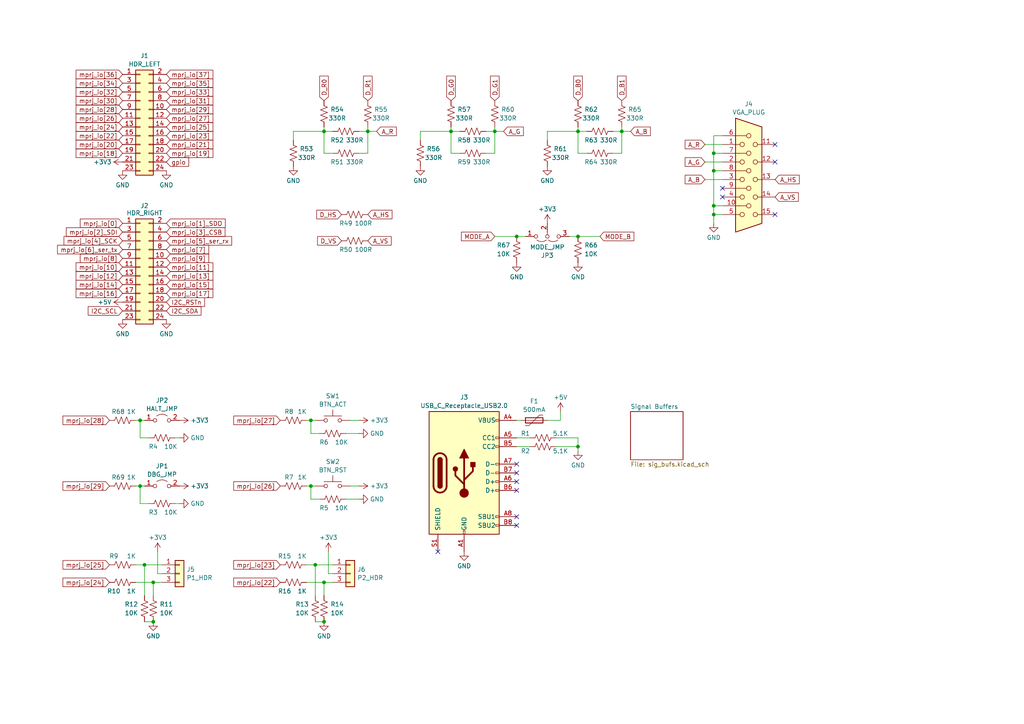
<source format=kicad_sch>
(kicad_sch (version 20230121) (generator eeschema)
  (paper "A4")
  (lib_symbols
    (symbol "Connector:DE15_Receptacle_HighDensity" (pin_names (offset 1.016) hide)
      (property "Reference" "J" (at 0 21.59 0))
      (property "Value" "DE15_Receptacle_HighDensity" (at 0 19.05 0))
      (symbol "DE15_Receptacle_HighDensity_0_1"
        (circle (center -1.905 -10.16) (radius 0.635))
        (circle (center -1.905 -5.08) (radius 0.635))
        (circle (center -1.905 0) (radius 0.635))
        (circle (center -1.905 5.08) (radius 0.635))
        (circle (center -1.905 10.16) (radius 0.635))
        (circle (center 0 -7.62) (radius 0.635))
        (circle (center 0 -2.54) (radius 0.635))
        (polyline (pts (xy -3.175 7.62) (xy -0.635 7.62)))
        (polyline (pts (xy -0.635 -7.62) (xy -3.175 -7.62)))
        (polyline (pts (xy -0.635 -2.54) (xy -3.175 -2.54)))
        (polyline (pts (xy -0.635 2.54) (xy -3.175 2.54)))
        (polyline (pts (xy -0.635 12.7) (xy -3.175 12.7)))
        (polyline (pts (xy -3.81 17.78) (xy -3.81 -15.24) (xy 3.81 -12.7) (xy 3.81 15.24) (xy -3.81 17.78)) (stroke (width 0.254)) (fill (type background)))
        (circle (center 0 2.54) (radius 0.635))
        (circle (center 0 7.62) (radius 0.635))
        (circle (center 0 12.7) (radius 0.635))
        (circle (center 1.905 -10.16) (radius 0.635))
        (circle (center 1.905 -5.08) (radius 0.635))
        (circle (center 1.905 0) (radius 0.635))
        (circle (center 1.905 5.08) (radius 0.635))
        (circle (center 1.905 10.16) (radius 0.635))
      )
      (symbol "DE15_Receptacle_HighDensity_1_1"
        (pin passive line (at -7.62 10.16 0) (length 5.08) (name "~") (number "1"))
        (pin passive line (at -7.62 -7.62 0) (length 5.08) (name "~") (number "10"))
        (pin passive line (at 7.62 10.16 180) (length 5.08) (name "~") (number "11"))
        (pin passive line (at 7.62 5.08 180) (length 5.08) (name "~") (number "12"))
        (pin passive line (at 7.62 0 180) (length 5.08) (name "~") (number "13"))
        (pin passive line (at 7.62 -5.08 180) (length 5.08) (name "~") (number "14"))
        (pin passive line (at 7.62 -10.16 180) (length 5.08) (name "~") (number "15"))
        (pin passive line (at -7.62 5.08 0) (length 5.08) (name "~") (number "2"))
        (pin passive line (at -7.62 0 0) (length 5.08) (name "~") (number "3"))
        (pin passive line (at -7.62 -5.08 0) (length 5.08) (name "~") (number "4"))
        (pin passive line (at -7.62 -10.16 0) (length 5.08) (name "~") (number "5"))
        (pin passive line (at -7.62 12.7 0) (length 5.08) (name "~") (number "6"))
        (pin passive line (at -7.62 7.62 0) (length 5.08) (name "~") (number "7"))
        (pin passive line (at -7.62 2.54 0) (length 5.08) (name "~") (number "8"))
        (pin passive line (at -7.62 -2.54 0) (length 5.08) (name "~") (number "9"))
      )
    )
    (symbol "Connector:USB_C_Receptacle_USB2.0" (pin_names (offset 1.016))
      (property "Reference" "J" (at -10.16 19.05 0))
      (property "Value" "USB_C_Receptacle_USB2.0" (at 19.05 19.05 0))
      (symbol "USB_C_Receptacle_USB2.0_0_0"
        (rectangle (start -0.254 -17.78) (end 0.254 -16.764))
        (rectangle (start 10.16 -14.986) (end 9.144 -15.494))
        (rectangle (start 10.16 -12.446) (end 9.144 -12.954))
        (rectangle (start 10.16 -4.826) (end 9.144 -5.334))
        (rectangle (start 10.16 -2.286) (end 9.144 -2.794))
        (rectangle (start 10.16 0.254) (end 9.144 -0.254))
        (rectangle (start 10.16 2.794) (end 9.144 2.286))
        (rectangle (start 10.16 7.874) (end 9.144 7.366))
        (rectangle (start 10.16 10.414) (end 9.144 9.906))
        (rectangle (start 10.16 15.494) (end 9.144 14.986))
      )
      (symbol "USB_C_Receptacle_USB2.0_0_1"
        (rectangle (start -10.16 17.78) (end 10.16 -17.78) (stroke (width 0.254)) (fill (type background)))
        (arc (start -8.89 -3.81) (mid -6.985 -5.7067) (end -5.08 -3.81) (stroke (width 0.508)))
        (arc (start -7.62 -3.81) (mid -6.985 -4.4423) (end -6.35 -3.81) (stroke (width 0.254)))
        (arc (start -7.62 -3.81) (mid -6.985 -4.4423) (end -6.35 -3.81) (stroke (width 0.254)) (fill (type outline)))
        (rectangle (start -7.62 -3.81) (end -6.35 3.81) (stroke (width 0.254)) (fill (type outline)))
        (arc (start -6.35 3.81) (mid -6.985 4.4423) (end -7.62 3.81) (stroke (width 0.254)))
        (arc (start -6.35 3.81) (mid -6.985 4.4423) (end -7.62 3.81) (stroke (width 0.254)) (fill (type outline)))
        (arc (start -5.08 3.81) (mid -6.985 5.7067) (end -8.89 3.81) (stroke (width 0.508)))
        (circle (center -2.54 1.143) (radius 0.635) (stroke (width 0.254)) (fill (type outline)))
        (circle (center 0 -5.842) (radius 1.27) (fill (type outline)))
        (polyline (pts (xy -8.89 -3.81) (xy -8.89 3.81)) (stroke (width 0.508)))
        (polyline (pts (xy -5.08 3.81) (xy -5.08 -3.81)) (stroke (width 0.508)))
        (polyline (pts (xy 0 -5.842) (xy 0 4.318)) (stroke (width 0.508)))
        (polyline (pts (xy 0 -3.302) (xy -2.54 -0.762) (xy -2.54 0.508)) (stroke (width 0.508)))
        (polyline (pts (xy 0 -2.032) (xy 2.54 0.508) (xy 2.54 1.778)) (stroke (width 0.508)))
        (polyline (pts (xy -1.27 4.318) (xy 0 6.858) (xy 1.27 4.318) (xy -1.27 4.318)) (stroke (width 0.254)) (fill (type outline)))
        (rectangle (start 1.905 1.778) (end 3.175 3.048) (stroke (width 0.254)) (fill (type outline)))
      )
      (symbol "USB_C_Receptacle_USB2.0_1_1"
        (pin passive line (at 0 -22.86 90) (length 5.08) (name "GND") (number "A1"))
        (pin passive line (at 0 -22.86 90) (length 5.08) hide (name "GND") (number "A12"))
        (pin passive line (at 15.24 15.24 180) (length 5.08) (name "VBUS") (number "A4"))
        (pin bidirectional line (at 15.24 10.16 180) (length 5.08) (name "CC1") (number "A5"))
        (pin bidirectional line (at 15.24 -2.54 180) (length 5.08) (name "D+") (number "A6"))
        (pin bidirectional line (at 15.24 2.54 180) (length 5.08) (name "D-") (number "A7"))
        (pin bidirectional line (at 15.24 -12.7 180) (length 5.08) (name "SBU1") (number "A8"))
        (pin passive line (at 15.24 15.24 180) (length 5.08) hide (name "VBUS") (number "A9"))
        (pin passive line (at 0 -22.86 90) (length 5.08) hide (name "GND") (number "B1"))
        (pin passive line (at 0 -22.86 90) (length 5.08) hide (name "GND") (number "B12"))
        (pin passive line (at 15.24 15.24 180) (length 5.08) hide (name "VBUS") (number "B4"))
        (pin bidirectional line (at 15.24 7.62 180) (length 5.08) (name "CC2") (number "B5"))
        (pin bidirectional line (at 15.24 -5.08 180) (length 5.08) (name "D+") (number "B6"))
        (pin bidirectional line (at 15.24 0 180) (length 5.08) (name "D-") (number "B7"))
        (pin bidirectional line (at 15.24 -15.24 180) (length 5.08) (name "SBU2") (number "B8"))
        (pin passive line (at 15.24 15.24 180) (length 5.08) hide (name "VBUS") (number "B9"))
        (pin passive line (at -7.62 -22.86 90) (length 5.08) (name "SHIELD") (number "S1"))
      )
    )
    (symbol "Connector_Generic:Conn_01x03" (pin_names (offset 1.016) hide)
      (property "Reference" "J" (at 0 5.08 0))
      (property "Value" "Conn_01x03" (at 0 -5.08 0))
      (symbol "Conn_01x03_1_1"
        (rectangle (start -1.27 -2.413) (end 0 -2.667) (stroke (width 0.1524)))
        (rectangle (start -1.27 0.127) (end 0 -0.127) (stroke (width 0.1524)))
        (rectangle (start -1.27 2.667) (end 0 2.413) (stroke (width 0.1524)))
        (rectangle (start -1.27 3.81) (end 1.27 -3.81) (stroke (width 0.254)) (fill (type background)))
        (pin passive line (at -5.08 2.54 0) (length 3.81) (name "Pin_1") (number "1"))
        (pin passive line (at -5.08 0 0) (length 3.81) (name "Pin_2") (number "2"))
        (pin passive line (at -5.08 -2.54 0) (length 3.81) (name "Pin_3") (number "3"))
      )
    )
    (symbol "Connector_Generic:Conn_02x12_Odd_Even" (pin_names (offset 1.016) hide)
      (property "Reference" "J" (at 1.27 15.24 0))
      (property "Value" "Conn_02x12_Odd_Even" (at 1.27 -17.78 0))
      (symbol "Conn_02x12_Odd_Even_1_1"
        (rectangle (start -1.27 -15.113) (end 0 -15.367) (stroke (width 0.1524)))
        (rectangle (start -1.27 -12.573) (end 0 -12.827) (stroke (width 0.1524)))
        (rectangle (start -1.27 -10.033) (end 0 -10.287) (stroke (width 0.1524)))
        (rectangle (start -1.27 -7.493) (end 0 -7.747) (stroke (width 0.1524)))
        (rectangle (start -1.27 -4.953) (end 0 -5.207) (stroke (width 0.1524)))
        (rectangle (start -1.27 -2.413) (end 0 -2.667) (stroke (width 0.1524)))
        (rectangle (start -1.27 0.127) (end 0 -0.127) (stroke (width 0.1524)))
        (rectangle (start -1.27 2.667) (end 0 2.413) (stroke (width 0.1524)))
        (rectangle (start -1.27 5.207) (end 0 4.953) (stroke (width 0.1524)))
        (rectangle (start -1.27 7.747) (end 0 7.493) (stroke (width 0.1524)))
        (rectangle (start -1.27 10.287) (end 0 10.033) (stroke (width 0.1524)))
        (rectangle (start -1.27 12.827) (end 0 12.573) (stroke (width 0.1524)))
        (rectangle (start -1.27 13.97) (end 3.81 -16.51) (stroke (width 0.254)) (fill (type background)))
        (rectangle (start 3.81 -15.113) (end 2.54 -15.367) (stroke (width 0.1524)))
        (rectangle (start 3.81 -12.573) (end 2.54 -12.827) (stroke (width 0.1524)))
        (rectangle (start 3.81 -10.033) (end 2.54 -10.287) (stroke (width 0.1524)))
        (rectangle (start 3.81 -7.493) (end 2.54 -7.747) (stroke (width 0.1524)))
        (rectangle (start 3.81 -4.953) (end 2.54 -5.207) (stroke (width 0.1524)))
        (rectangle (start 3.81 -2.413) (end 2.54 -2.667) (stroke (width 0.1524)))
        (rectangle (start 3.81 0.127) (end 2.54 -0.127) (stroke (width 0.1524)))
        (rectangle (start 3.81 2.667) (end 2.54 2.413) (stroke (width 0.1524)))
        (rectangle (start 3.81 5.207) (end 2.54 4.953) (stroke (width 0.1524)))
        (rectangle (start 3.81 7.747) (end 2.54 7.493) (stroke (width 0.1524)))
        (rectangle (start 3.81 10.287) (end 2.54 10.033) (stroke (width 0.1524)))
        (rectangle (start 3.81 12.827) (end 2.54 12.573) (stroke (width 0.1524)))
        (pin passive line (at -5.08 12.7 0) (length 3.81) (name "Pin_1") (number "1"))
        (pin passive line (at 7.62 2.54 180) (length 3.81) (name "Pin_10") (number "10"))
        (pin passive line (at -5.08 0 0) (length 3.81) (name "Pin_11") (number "11"))
        (pin passive line (at 7.62 0 180) (length 3.81) (name "Pin_12") (number "12"))
        (pin passive line (at -5.08 -2.54 0) (length 3.81) (name "Pin_13") (number "13"))
        (pin passive line (at 7.62 -2.54 180) (length 3.81) (name "Pin_14") (number "14"))
        (pin passive line (at -5.08 -5.08 0) (length 3.81) (name "Pin_15") (number "15"))
        (pin passive line (at 7.62 -5.08 180) (length 3.81) (name "Pin_16") (number "16"))
        (pin passive line (at -5.08 -7.62 0) (length 3.81) (name "Pin_17") (number "17"))
        (pin passive line (at 7.62 -7.62 180) (length 3.81) (name "Pin_18") (number "18"))
        (pin passive line (at -5.08 -10.16 0) (length 3.81) (name "Pin_19") (number "19"))
        (pin passive line (at 7.62 12.7 180) (length 3.81) (name "Pin_2") (number "2"))
        (pin passive line (at 7.62 -10.16 180) (length 3.81) (name "Pin_20") (number "20"))
        (pin passive line (at -5.08 -12.7 0) (length 3.81) (name "Pin_21") (number "21"))
        (pin passive line (at 7.62 -12.7 180) (length 3.81) (name "Pin_22") (number "22"))
        (pin passive line (at -5.08 -15.24 0) (length 3.81) (name "Pin_23") (number "23"))
        (pin passive line (at 7.62 -15.24 180) (length 3.81) (name "Pin_24") (number "24"))
        (pin passive line (at -5.08 10.16 0) (length 3.81) (name "Pin_3") (number "3"))
        (pin passive line (at 7.62 10.16 180) (length 3.81) (name "Pin_4") (number "4"))
        (pin passive line (at -5.08 7.62 0) (length 3.81) (name "Pin_5") (number "5"))
        (pin passive line (at 7.62 7.62 180) (length 3.81) (name "Pin_6") (number "6"))
        (pin passive line (at -5.08 5.08 0) (length 3.81) (name "Pin_7") (number "7"))
        (pin passive line (at 7.62 5.08 180) (length 3.81) (name "Pin_8") (number "8"))
        (pin passive line (at -5.08 2.54 0) (length 3.81) (name "Pin_9") (number "9"))
      )
    )
    (symbol "Device:Polyfuse" (pin_numbers hide) (pin_names (offset 0))
      (property "Reference" "F" (at -2.54 0 90))
      (property "Value" "Polyfuse" (at 2.54 0 90))
      (symbol "Polyfuse_0_1"
        (rectangle (start -0.762 2.54) (end 0.762 -2.54) (stroke (width 0.254)))
        (polyline (pts (xy 0 2.54) (xy 0 -2.54)))
        (polyline (pts (xy -1.524 2.54) (xy -1.524 1.524) (xy 1.524 -1.524) (xy 1.524 -2.54)))
      )
      (symbol "Polyfuse_1_1"
        (pin passive line (at 0 3.81 270) (length 1.27) (name "~") (number "1"))
        (pin passive line (at 0 -3.81 90) (length 1.27) (name "~") (number "2"))
      )
    )
    (symbol "Device:R_US" (pin_numbers hide) (pin_names (offset 0))
      (property "Reference" "R" (at 2.54 0 90))
      (property "Value" "R_US" (at -2.54 0 90))
      (symbol "R_US_0_1"
        (polyline (pts (xy 0 -2.286) (xy 0 -2.54)))
        (polyline (pts (xy 0 2.286) (xy 0 2.54)))
        (polyline (pts (xy 0 -0.762) (xy 1.016 -1.143) (xy 0 -1.524) (xy -1.016 -1.905) (xy 0 -2.286)))
        (polyline (pts (xy 0 0.762) (xy 1.016 0.381) (xy 0 0) (xy -1.016 -0.381) (xy 0 -0.762)))
        (polyline (pts (xy 0 2.286) (xy 1.016 1.905) (xy 0 1.524) (xy -1.016 1.143) (xy 0 0.762)))
      )
      (symbol "R_US_1_1"
        (pin passive line (at 0 3.81 270) (length 1.27) (name "~") (number "1"))
        (pin passive line (at 0 -3.81 90) (length 1.27) (name "~") (number "2"))
      )
    )
    (symbol "Jumper:Jumper_2_Open" (pin_names (offset 0) hide)
      (property "Reference" "JP" (at 0 2.794 0))
      (property "Value" "Jumper_2_Open" (at 0 -2.286 0))
      (symbol "Jumper_2_Open_0_0"
        (circle (center -2.032 0) (radius 0.508))
        (circle (center 2.032 0) (radius 0.508))
      )
      (symbol "Jumper_2_Open_0_1"
        (arc (start 1.524 1.27) (mid 0 1.778) (end -1.524 1.27))
      )
      (symbol "Jumper_2_Open_1_1"
        (pin passive line (at -5.08 0 0) (length 2.54) (name "A") (number "1"))
        (pin passive line (at 5.08 0 180) (length 2.54) (name "B") (number "2"))
      )
    )
    (symbol "Jumper:Jumper_3_Open" (pin_names (offset 0) hide)
      (property "Reference" "JP" (at -2.54 -2.54 0))
      (property "Value" "Jumper_3_Open" (at 0 2.794 0))
      (symbol "Jumper_3_Open_0_0"
        (circle (center -3.302 0) (radius 0.508))
        (circle (center 0 0) (radius 0.508))
        (circle (center 3.302 0) (radius 0.508))
      )
      (symbol "Jumper_3_Open_0_1"
        (arc (start -0.254 1.016) (mid -1.651 1.4992) (end -3.048 1.016))
        (polyline (pts (xy 0 -0.508) (xy 0 -1.27)))
        (arc (start 3.048 1.016) (mid 1.651 1.4992) (end 0.254 1.016))
      )
      (symbol "Jumper_3_Open_1_1"
        (pin passive line (at -6.35 0 0) (length 2.54) (name "A") (number "1"))
        (pin passive line (at 0 -3.81 90) (length 2.54) (name "C") (number "2"))
        (pin passive line (at 6.35 0 180) (length 2.54) (name "B") (number "3"))
      )
    )
    (symbol "Switch:SW_Push" (pin_numbers hide) (pin_names (offset 1.016) hide)
      (property "Reference" "SW" (at 1.27 2.54 0))
      (property "Value" "SW_Push" (at 0 -1.524 0))
      (symbol "SW_Push_0_1"
        (circle (center -2.032 0) (radius 0.508))
        (polyline (pts (xy 0 1.27) (xy 0 3.048)))
        (polyline (pts (xy 2.54 1.27) (xy -2.54 1.27)))
        (circle (center 2.032 0) (radius 0.508))
        (pin passive line (at -5.08 0 0) (length 2.54) (name "1") (number "1"))
        (pin passive line (at 5.08 0 180) (length 2.54) (name "2") (number "2"))
      )
    )
    (symbol "power:+3V3" (power) (pin_names (offset 0))
      (property "Value" "+3V3" (at 0 3.556 0))
      (symbol "+3V3_0_1"
        (polyline (pts (xy -0.762 1.27) (xy 0 2.54)))
        (polyline (pts (xy 0 0) (xy 0 2.54)))
        (polyline (pts (xy 0 2.54) (xy 0.762 1.27)))
      )
      (symbol "+3V3_1_1"
        (pin power_in line (at 0 0 90) (length 0) hide (name "+3V3") (number "1"))
      )
    )
    (symbol "power:+5V" (power) (pin_names (offset 0))
      (property "Value" "+5V" (at 0 3.556 0))
      (symbol "+5V_0_1"
        (polyline (pts (xy -0.762 1.27) (xy 0 2.54)))
        (polyline (pts (xy 0 0) (xy 0 2.54)))
        (polyline (pts (xy 0 2.54) (xy 0.762 1.27)))
      )
      (symbol "+5V_1_1"
        (pin power_in line (at 0 0 90) (length 0) hide (name "+5V") (number "1"))
      )
    )
    (symbol "power:GND" (power) (pin_names (offset 0))
      (property "Value" "GND" (at 0 -3.81 0))
      (symbol "GND_0_1"
        (polyline (pts (xy 0 0) (xy 0 -1.27) (xy 1.27 -1.27) (xy 0 -2.54) (xy -1.27 -1.27) (xy 0 -1.27)))
      )
      (symbol "GND_1_1"
        (pin power_in line (at 0 0 270) (length 0) hide (name "GND") (number "1"))
      )
    )
  )
  (junction (at 167.64 129.54))
  (junction (at 93.98 168.91))
  (junction (at 93.98 180.34))
  (junction (at 44.45 168.91))
  (junction (at 41.91 163.83))
  (junction (at 106.68 38.1))
  (junction (at 207.01 62.23))
  (junction (at 149.86 68.58))
  (junction (at 167.64 68.58))
  (junction (at 180.34 38.1))
  (junction (at 167.64 38.1))
  (junction (at 130.81 38.1))
  (junction (at 90.17 121.92))
  (junction (at 90.17 140.97))
  (junction (at 44.45 180.34))
  (junction (at 143.51 38.1))
  (junction (at 207.01 49.53))
  (junction (at 91.44 163.83))
  (junction (at 93.98 38.1))
  (junction (at 207.01 44.45))
  (junction (at 207.01 59.69))
  (junction (at 40.64 121.92))
  (junction (at 40.64 140.97))
  (no_connect (at 209.55 57.15))
  (no_connect (at 149.86 152.4))
  (no_connect (at 149.86 137.16))
  (no_connect (at 127 160.02))
  (no_connect (at 149.86 142.24))
  (no_connect (at 209.55 54.61))
  (no_connect (at 224.79 62.23))
  (no_connect (at 149.86 139.7))
  (no_connect (at 224.79 41.91))
  (no_connect (at 149.86 149.86))
  (no_connect (at 149.86 134.62))
  (no_connect (at 224.79 46.99))
  (wire (pts (xy 133.35 38.1) (xy 130.81 38.1)))
  (wire (pts (xy 95.25 166.37) (xy 96.52 166.37)))
  (wire (pts (xy 91.44 163.83) (xy 91.44 172.72)))
  (wire (pts (xy 207.01 39.37) (xy 207.01 44.45)))
  (wire (pts (xy 180.34 38.1) (xy 182.88 38.1)))
  (wire (pts (xy 161.29 129.54) (xy 167.64 129.54)))
  (wire (pts (xy 106.68 38.1) (xy 106.68 44.45)))
  (wire (pts (xy 93.98 36.83) (xy 93.98 38.1)))
  (wire (pts (xy 204.47 52.07) (xy 209.55 52.07)))
  (wire (pts (xy 91.44 163.83) (xy 96.52 163.83)))
  (wire (pts (xy 90.17 140.97) (xy 88.9 140.97)))
  (wire (pts (xy 167.64 44.45) (xy 170.18 44.45)))
  (wire (pts (xy 209.55 44.45) (xy 207.01 44.45)))
  (wire (pts (xy 50.8 146.05) (xy 52.07 146.05)))
  (wire (pts (xy 93.98 38.1) (xy 93.98 44.45)))
  (wire (pts (xy 106.68 44.45) (xy 104.14 44.45)))
  (wire (pts (xy 149.86 68.58) (xy 152.4 68.58)))
  (wire (pts (xy 106.68 38.1) (xy 109.22 38.1)))
  (wire (pts (xy 90.17 144.78) (xy 92.71 144.78)))
  (wire (pts (xy 41.91 163.83) (xy 41.91 172.72)))
  (wire (pts (xy 40.64 121.92) (xy 41.91 121.92)))
  (wire (pts (xy 39.37 168.91) (xy 44.45 168.91)))
  (wire (pts (xy 41.91 163.83) (xy 46.99 163.83)))
  (wire (pts (xy 96.52 38.1) (xy 93.98 38.1)))
  (wire (pts (xy 40.64 140.97) (xy 41.91 140.97)))
  (wire (pts (xy 50.8 127) (xy 52.07 127)))
  (wire (pts (xy 158.75 38.1) (xy 158.75 40.64)))
  (wire (pts (xy 149.86 129.54) (xy 153.67 129.54)))
  (wire (pts (xy 100.33 144.78) (xy 104.14 144.78)))
  (wire (pts (xy 40.64 121.92) (xy 40.64 127)))
  (wire (pts (xy 209.55 62.23) (xy 207.01 62.23)))
  (wire (pts (xy 170.18 38.1) (xy 167.64 38.1)))
  (wire (pts (xy 207.01 49.53) (xy 207.01 59.69)))
  (wire (pts (xy 130.81 38.1) (xy 130.81 44.45)))
  (wire (pts (xy 91.44 180.34) (xy 93.98 180.34)))
  (wire (pts (xy 45.72 166.37) (xy 46.99 166.37)))
  (wire (pts (xy 106.68 36.83) (xy 106.68 38.1)))
  (wire (pts (xy 93.98 168.91) (xy 93.98 172.72)))
  (wire (pts (xy 167.64 38.1) (xy 167.64 44.45)))
  (wire (pts (xy 40.64 140.97) (xy 40.64 146.05)))
  (wire (pts (xy 167.64 127) (xy 167.64 129.54)))
  (wire (pts (xy 204.47 41.91) (xy 209.55 41.91)))
  (wire (pts (xy 44.45 168.91) (xy 46.99 168.91)))
  (wire (pts (xy 149.86 121.92) (xy 151.13 121.92)))
  (wire (pts (xy 39.37 140.97) (xy 40.64 140.97)))
  (wire (pts (xy 161.29 127) (xy 167.64 127)))
  (wire (pts (xy 162.56 119.38) (xy 162.56 121.92)))
  (wire (pts (xy 207.01 44.45) (xy 207.01 49.53)))
  (wire (pts (xy 88.9 163.83) (xy 91.44 163.83)))
  (wire (pts (xy 44.45 168.91) (xy 44.45 172.72)))
  (wire (pts (xy 143.51 38.1) (xy 146.05 38.1)))
  (wire (pts (xy 149.86 127) (xy 153.67 127)))
  (wire (pts (xy 207.01 59.69) (xy 209.55 59.69)))
  (wire (pts (xy 88.9 121.92) (xy 90.17 121.92)))
  (wire (pts (xy 209.55 39.37) (xy 207.01 39.37)))
  (wire (pts (xy 100.33 125.73) (xy 104.14 125.73)))
  (wire (pts (xy 95.25 160.02) (xy 95.25 166.37)))
  (wire (pts (xy 88.9 168.91) (xy 93.98 168.91)))
  (wire (pts (xy 130.81 44.45) (xy 133.35 44.45)))
  (wire (pts (xy 165.1 68.58) (xy 167.64 68.58)))
  (wire (pts (xy 39.37 163.83) (xy 41.91 163.83)))
  (wire (pts (xy 90.17 140.97) (xy 90.17 144.78)))
  (wire (pts (xy 143.51 36.83) (xy 143.51 38.1)))
  (wire (pts (xy 93.98 168.91) (xy 96.52 168.91)))
  (wire (pts (xy 204.47 46.99) (xy 209.55 46.99)))
  (wire (pts (xy 41.91 180.34) (xy 44.45 180.34)))
  (wire (pts (xy 180.34 44.45) (xy 177.8 44.45)))
  (wire (pts (xy 143.51 68.58) (xy 149.86 68.58)))
  (wire (pts (xy 91.44 140.97) (xy 90.17 140.97)))
  (wire (pts (xy 85.09 38.1) (xy 85.09 40.64)))
  (wire (pts (xy 92.71 125.73) (xy 90.17 125.73)))
  (wire (pts (xy 180.34 38.1) (xy 180.34 44.45)))
  (wire (pts (xy 207.01 49.53) (xy 209.55 49.53)))
  (wire (pts (xy 207.01 62.23) (xy 207.01 64.77)))
  (wire (pts (xy 140.97 38.1) (xy 143.51 38.1)))
  (wire (pts (xy 207.01 62.23) (xy 207.01 59.69)))
  (wire (pts (xy 101.6 121.92) (xy 104.14 121.92)))
  (wire (pts (xy 90.17 121.92) (xy 91.44 121.92)))
  (wire (pts (xy 167.64 129.54) (xy 167.64 130.81)))
  (wire (pts (xy 158.75 121.92) (xy 162.56 121.92)))
  (wire (pts (xy 40.64 127) (xy 43.18 127)))
  (wire (pts (xy 121.92 38.1) (xy 121.92 40.64)))
  (wire (pts (xy 167.64 68.58) (xy 173.99 68.58)))
  (wire (pts (xy 90.17 121.92) (xy 90.17 125.73)))
  (wire (pts (xy 101.6 140.97) (xy 104.14 140.97)))
  (wire (pts (xy 130.81 38.1) (xy 121.92 38.1)))
  (wire (pts (xy 93.98 38.1) (xy 85.09 38.1)))
  (wire (pts (xy 45.72 160.02) (xy 45.72 166.37)))
  (wire (pts (xy 40.64 146.05) (xy 43.18 146.05)))
  (wire (pts (xy 39.37 121.92) (xy 40.64 121.92)))
  (wire (pts (xy 143.51 38.1) (xy 143.51 44.45)))
  (wire (pts (xy 130.81 36.83) (xy 130.81 38.1)))
  (wire (pts (xy 104.14 38.1) (xy 106.68 38.1)))
  (wire (pts (xy 167.64 36.83) (xy 167.64 38.1)))
  (wire (pts (xy 177.8 38.1) (xy 180.34 38.1)))
  (wire (pts (xy 93.98 44.45) (xy 96.52 44.45)))
  (wire (pts (xy 180.34 36.83) (xy 180.34 38.1)))
  (wire (pts (xy 167.64 38.1) (xy 158.75 38.1)))
  (wire (pts (xy 143.51 44.45) (xy 140.97 44.45)))
  (global_label "mprj_io[6]_ser_tx" (shape input) (at 35.56 72.39 180) (property "Intersheetrefs" "${INTERSHEET_REFS}" (effects hide)))
  (global_label "mprj_io[24]" (shape input) (at 35.56 36.83 180) (property "Intersheetrefs" "${INTERSHEET_REFS}" (effects hide)))
  (global_label "mprj_io[17]" (shape input) (at 48.26 85.09 0) (property "Intersheetrefs" "${INTERSHEET_REFS}" (effects hide)))
  (global_label "mprj_io[34]" (shape input) (at 35.56 24.13 180) (property "Intersheetrefs" "${INTERSHEET_REFS}" (effects hide)))
  (global_label "D_HS" (shape input) (at 99.06 62.23 180) (property "Intersheetrefs" "${INTERSHEET_REFS}" (effects hide)))
  (global_label "gpio" (shape input) (at 48.26 46.99 0) (property "Intersheetrefs" "${INTERSHEET_REFS}" (effects hide)))
  (global_label "mprj_io[4]_SCK" (shape input) (at 35.56 69.85 180) (property "Intersheetrefs" "${INTERSHEET_REFS}" (effects hide)))
  (global_label "mprj_io[15]" (shape input) (at 48.26 82.55 0) (property "Intersheetrefs" "${INTERSHEET_REFS}" (effects hide)))
  (global_label "A_VS" (shape input) (at 106.68 69.85 0) (property "Intersheetrefs" "${INTERSHEET_REFS}" (effects hide)))
  (global_label "mprj_io[22]" (shape input) (at 35.56 39.37 180) (property "Intersheetrefs" "${INTERSHEET_REFS}" (effects hide)))
  (global_label "I2C_SDA" (shape input) (at 48.26 90.17 0) (property "Intersheetrefs" "${INTERSHEET_REFS}" (effects hide)))
  (global_label "mprj_io[18]" (shape input) (at 35.56 44.45 180) (property "Intersheetrefs" "${INTERSHEET_REFS}" (effects hide)))
  (global_label "A_VS" (shape input) (at 224.79 57.15 0) (property "Intersheetrefs" "${INTERSHEET_REFS}" (effects hide)))
  (global_label "mprj_io[10]" (shape input) (at 35.56 77.47 180) (property "Intersheetrefs" "${INTERSHEET_REFS}" (effects hide)))
  (global_label "mprj_io[12]" (shape input) (at 35.56 80.01 180) (property "Intersheetrefs" "${INTERSHEET_REFS}" (effects hide)))
  (global_label "I2C_SCL" (shape input) (at 35.56 90.17 180) (property "Intersheetrefs" "${INTERSHEET_REFS}" (effects hide)))
  (global_label "mprj_io[19]" (shape input) (at 48.26 44.45 0) (property "Intersheetrefs" "${INTERSHEET_REFS}" (effects hide)))
  (global_label "D_G1" (shape input) (at 143.51 29.21 90) (property "Intersheetrefs" "${INTERSHEET_REFS}" (effects hide)))
  (global_label "A_R" (shape input) (at 204.47 41.91 180) (property "Intersheetrefs" "${INTERSHEET_REFS}" (effects hide)))
  (global_label "A_HS" (shape input) (at 224.79 52.07 0) (property "Intersheetrefs" "${INTERSHEET_REFS}" (effects hide)))
  (global_label "A_R" (shape input) (at 109.22 38.1 0) (property "Intersheetrefs" "${INTERSHEET_REFS}" (effects hide)))
  (global_label "mprj_io[29]" (shape input) (at 48.26 31.75 0) (property "Intersheetrefs" "${INTERSHEET_REFS}" (effects hide)))
  (global_label "mprj_io[7]" (shape input) (at 48.26 72.39 0) (property "Intersheetrefs" "${INTERSHEET_REFS}" (effects hide)))
  (global_label "mprj_io[22]" (shape input) (at 81.28 168.91 180) (property "Intersheetrefs" "${INTERSHEET_REFS}" (effects hide)))
  (global_label "mprj_io[20]" (shape input) (at 35.56 41.91 180) (property "Intersheetrefs" "${INTERSHEET_REFS}" (effects hide)))
  (global_label "D_R1" (shape input) (at 106.68 29.21 90) (property "Intersheetrefs" "${INTERSHEET_REFS}" (effects hide)))
  (global_label "mprj_io[23]" (shape input) (at 48.26 39.37 0) (property "Intersheetrefs" "${INTERSHEET_REFS}" (effects hide)))
  (global_label "mprj_io[21]" (shape input) (at 48.26 41.91 0) (property "Intersheetrefs" "${INTERSHEET_REFS}" (effects hide)))
  (global_label "mprj_io[9]" (shape input) (at 48.26 74.93 0) (property "Intersheetrefs" "${INTERSHEET_REFS}" (effects hide)))
  (global_label "mprj_io[5]_ser_rx" (shape input) (at 48.26 69.85 0) (property "Intersheetrefs" "${INTERSHEET_REFS}" (effects hide)))
  (global_label "D_R0" (shape input) (at 93.98 29.21 90) (property "Intersheetrefs" "${INTERSHEET_REFS}" (effects hide)))
  (global_label "MODE_A" (shape input) (at 143.51 68.58 180) (property "Intersheetrefs" "${INTERSHEET_REFS}" (effects hide)))
  (global_label "mprj_io[24]" (shape input) (at 31.75 168.91 180) (property "Intersheetrefs" "${INTERSHEET_REFS}" (effects hide)))
  (global_label "mprj_io[14]" (shape input) (at 35.56 82.55 180) (property "Intersheetrefs" "${INTERSHEET_REFS}" (effects hide)))
  (global_label "mprj_io[2]_SDI" (shape input) (at 35.56 67.31 180) (property "Intersheetrefs" "${INTERSHEET_REFS}" (effects hide)))
  (global_label "D_VS" (shape input) (at 99.06 69.85 180) (property "Intersheetrefs" "${INTERSHEET_REFS}" (effects hide)))
  (global_label "MODE_B" (shape input) (at 173.99 68.58 0) (property "Intersheetrefs" "${INTERSHEET_REFS}" (effects hide)))
  (global_label "mprj_io[25]" (shape input) (at 31.75 163.83 180) (property "Intersheetrefs" "${INTERSHEET_REFS}" (effects hide)))
  (global_label "A_G" (shape input) (at 146.05 38.1 0) (property "Intersheetrefs" "${INTERSHEET_REFS}" (effects hide)))
  (global_label "mprj_io[8]" (shape input) (at 35.56 74.93 180) (property "Intersheetrefs" "${INTERSHEET_REFS}" (effects hide)))
  (global_label "mprj_io[1]_SDO" (shape input) (at 48.26 64.77 0) (property "Intersheetrefs" "${INTERSHEET_REFS}" (effects hide)))
  (global_label "mprj_io[33]" (shape input) (at 48.26 26.67 0) (property "Intersheetrefs" "${INTERSHEET_REFS}" (effects hide)))
  (global_label "mprj_io[32]" (shape input) (at 35.56 26.67 180) (property "Intersheetrefs" "${INTERSHEET_REFS}" (effects hide)))
  (global_label "mprj_io[26]" (shape input) (at 81.28 140.97 180) (property "Intersheetrefs" "${INTERSHEET_REFS}" (effects hide)))
  (global_label "mprj_io[23]" (shape input) (at 81.28 163.83 180) (property "Intersheetrefs" "${INTERSHEET_REFS}" (effects hide)))
  (global_label "mprj_io[27]" (shape input) (at 48.26 34.29 0) (property "Intersheetrefs" "${INTERSHEET_REFS}" (effects hide)))
  (global_label "mprj_io[3]_CSB" (shape input) (at 48.26 67.31 0) (property "Intersheetrefs" "${INTERSHEET_REFS}" (effects hide)))
  (global_label "mprj_io[28]" (shape input) (at 35.56 31.75 180) (property "Intersheetrefs" "${INTERSHEET_REFS}" (effects hide)))
  (global_label "A_HS" (shape input) (at 106.68 62.23 0) (property "Intersheetrefs" "${INTERSHEET_REFS}" (effects hide)))
  (global_label "D_G0" (shape input) (at 130.81 29.21 90) (property "Intersheetrefs" "${INTERSHEET_REFS}" (effects hide)))
  (global_label "mprj_io[28]" (shape input) (at 31.75 121.92 180) (property "Intersheetrefs" "${INTERSHEET_REFS}" (effects hide)))
  (global_label "A_G" (shape input) (at 204.47 46.99 180) (property "Intersheetrefs" "${INTERSHEET_REFS}" (effects hide)))
  (global_label "mprj_io[25]" (shape input) (at 48.26 36.83 0) (property "Intersheetrefs" "${INTERSHEET_REFS}" (effects hide)))
  (global_label "A_B" (shape input) (at 204.47 52.07 180) (property "Intersheetrefs" "${INTERSHEET_REFS}" (effects hide)))
  (global_label "mprj_io[13]" (shape input) (at 48.26 80.01 0) (property "Intersheetrefs" "${INTERSHEET_REFS}" (effects hide)))
  (global_label "D_B0" (shape input) (at 167.64 29.21 90) (property "Intersheetrefs" "${INTERSHEET_REFS}" (effects hide)))
  (global_label "mprj_io[29]" (shape input) (at 31.75 140.97 180) (property "Intersheetrefs" "${INTERSHEET_REFS}" (effects hide)))
  (global_label "A_B" (shape input) (at 182.88 38.1 0) (property "Intersheetrefs" "${INTERSHEET_REFS}" (effects hide)))
  (global_label "mprj_io[36]" (shape input) (at 35.56 21.59 180) (property "Intersheetrefs" "${INTERSHEET_REFS}" (effects hide)))
  (global_label "mprj_io[30]" (shape input) (at 35.56 29.21 180) (property "Intersheetrefs" "${INTERSHEET_REFS}" (effects hide)))
  (global_label "I2C_RSTn" (shape input) (at 48.26 87.63 0) (property "Intersheetrefs" "${INTERSHEET_REFS}" (effects hide)))
  (global_label "D_B1" (shape input) (at 180.34 29.21 90) (property "Intersheetrefs" "${INTERSHEET_REFS}" (effects hide)))
  (global_label "mprj_io[35]" (shape input) (at 48.26 24.13 0) (property "Intersheetrefs" "${INTERSHEET_REFS}" (effects hide)))
  (global_label "mprj_io[16]" (shape input) (at 35.56 85.09 180) (property "Intersheetrefs" "${INTERSHEET_REFS}" (effects hide)))
  (global_label "mprj_io[26]" (shape input) (at 35.56 34.29 180) (property "Intersheetrefs" "${INTERSHEET_REFS}" (effects hide)))
  (global_label "mprj_io[37]" (shape input) (at 48.26 21.59 0) (property "Intersheetrefs" "${INTERSHEET_REFS}" (effects hide)))
  (global_label "mprj_io[11]" (shape input) (at 48.26 77.47 0) (property "Intersheetrefs" "${INTERSHEET_REFS}" (effects hide)))
  (global_label "mprj_io[27]" (shape input) (at 81.28 121.92 180) (property "Intersheetrefs" "${INTERSHEET_REFS}" (effects hide)))
  (global_label "mprj_io[31]" (shape input) (at 48.26 29.21 0) (property "Intersheetrefs" "${INTERSHEET_REFS}" (effects hide)))
  (global_label "mprj_io[0]" (shape input) (at 35.56 64.77 180) (property "Intersheetrefs" "${INTERSHEET_REFS}" (effects hide)))
  (symbol (lib_id "Switch:SW_Push") (at 96.52 121.92 0) (unit 1)
    (property "Reference" "SW1" (at 96.52 114.8547 0))
    (property "Value" "BTN_ACT" (at 96.52 117.2789 0))
    (property "Footprint" "Button_Switch_Keyboard:SW_Cherry_MX_1.00u_PCB" (effects hide))
  )
  (symbol (lib_id "Device:R_US") (at 96.52 125.73 270) (unit 1)
    (property "Reference" "R6" (at 93.98 128.27 90))
    (property "Value" "10K" (at 99.06 128.27 90))
    (property "Footprint" "Resistor_SMD:R_0805_2012Metric" (effects hide))
    (property "LCSC" "C17414" (effects hide))
  )
  (symbol (lib_id "Device:R_US") (at 137.16 38.1 90) (unit 1)
    (property "Reference" "R58" (at 134.62 40.64 90))
    (property "Value" "330R" (at 139.7 40.64 90))
    (property "Footprint" "Resistor_SMD:R_0805_2012Metric" (effects hide))
    (property "LCSC" "C17630" (effects hide))
  )
  (symbol (lib_id "Connector_Generic:Conn_02x12_Odd_Even") (at 40.64 34.29 0) (unit 1)
    (property "Reference" "J1" (at 41.91 16.1757 0))
    (property "Value" "HDR_LEFT" (at 41.91 18.5999 0))
    (property "Footprint" "Connector_PinHeader_2.54mm:PinHeader_2x12_P2.54mm_Vertical" (effects hide))
  )
  (symbol (lib_id "power:GND") (at 167.64 130.81 0) (unit 1)
    (property "Reference" "#PWR09" (effects hide))
    (property "Value" "GND" (at 167.64 134.9431 0))
  )
  (symbol (lib_id "Device:R_US") (at 41.91 176.53 180) (unit 1)
    (property "Reference" "R12" (at 38.1 175.26 0))
    (property "Value" "10K" (at 38.1 177.8 0))
    (property "Footprint" "Resistor_SMD:R_0805_2012Metric" (effects hide))
    (property "LCSC" "C17414" (effects hide))
  )
  (symbol (lib_id "Device:R_US") (at 121.92 44.45 180) (unit 1)
    (property "Reference" "R56" (at 125.73 43.18 0))
    (property "Value" "330R" (at 125.73 45.72 0))
    (property "Footprint" "Resistor_SMD:R_0805_2012Metric" (effects hide))
    (property "LCSC" "C17630" (effects hide))
  )
  (symbol (lib_id "Connector_Generic:Conn_02x12_Odd_Even") (at 40.64 77.47 0) (unit 1)
    (property "Reference" "J2" (at 41.91 59.69 0))
    (property "Value" "HDR_RIGHT" (at 41.91 61.7799 0))
    (property "Footprint" "Connector_PinHeader_2.54mm:PinHeader_2x12_P2.54mm_Vertical" (effects hide))
  )
  (symbol (lib_id "Device:R_US") (at 158.75 44.45 180) (unit 1)
    (property "Reference" "R61" (at 162.56 43.18 0))
    (property "Value" "330R" (at 162.56 45.72 0))
    (property "Footprint" "Resistor_SMD:R_0805_2012Metric" (effects hide))
    (property "LCSC" "C17630" (effects hide))
  )
  (symbol (lib_id "power:GND") (at 104.14 144.78 90) (unit 1)
    (property "Reference" "#PWR017" (effects hide))
    (property "Value" "GND" (at 107.315 144.78 90) (effects (justify right)))
  )
  (symbol (lib_id "Device:R_US") (at 35.56 163.83 90) (unit 1)
    (property "Reference" "R9" (at 33.02 161.29 90))
    (property "Value" "1K" (at 38.1 161.29 90))
    (property "Footprint" "Resistor_SMD:R_0805_2012Metric" (effects hide))
    (property "LCSC" "C17513" (effects hide))
  )
  (symbol (lib_id "Device:R_US") (at 180.34 33.02 180) (unit 1)
    (property "Reference" "R65" (at 184.15 31.75 0))
    (property "Value" "330R" (at 184.15 34.29 0))
    (property "Footprint" "Resistor_SMD:R_0805_2012Metric" (effects hide))
    (property "LCSC" "C17630" (effects hide))
  )
  (symbol (lib_id "Jumper:Jumper_3_Open") (at 158.75 68.58 0) (mirror x) (unit 1)
    (property "Reference" "JP3" (at 158.75 74.0965 0))
    (property "Value" "MODE_JMP" (at 158.75 71.6723 0))
    (property "Footprint" "Connector_PinSocket_2.54mm:PinSocket_1x03_P2.54mm_Vertical" (effects hide))
  )
  (symbol (lib_id "power:GND") (at 48.26 92.71 0) (unit 1)
    (property "Reference" "#PWR06" (effects hide))
    (property "Value" "GND" (at 48.26 96.8431 0))
  )
  (symbol (lib_id "power:GND") (at 35.56 92.71 0) (unit 1)
    (property "Reference" "#PWR04" (effects hide))
    (property "Value" "GND" (at 35.56 96.8431 0))
  )
  (symbol (lib_id "power:GND") (at 85.09 48.26 0) (unit 1)
    (property "Reference" "#PWR065" (effects hide))
    (property "Value" "GND" (at 85.09 52.3931 0))
  )
  (symbol (lib_id "power:+3V3") (at 158.75 64.77 0) (unit 1)
    (property "Reference" "#PWR070" (effects hide))
    (property "Value" "+3V3" (at 158.75 60.6369 0))
  )
  (symbol (lib_id "Device:R_US") (at 173.99 38.1 90) (unit 1)
    (property "Reference" "R63" (at 171.45 40.64 90))
    (property "Value" "330R" (at 176.53 40.64 90))
    (property "Footprint" "Resistor_SMD:R_0805_2012Metric" (effects hide))
    (property "LCSC" "C17630" (effects hide))
  )
  (symbol (lib_id "Device:R_US") (at 106.68 33.02 180) (unit 1)
    (property "Reference" "R55" (at 110.49 31.75 0))
    (property "Value" "330R" (at 110.49 34.29 0))
    (property "Footprint" "Resistor_SMD:R_0805_2012Metric" (effects hide))
    (property "LCSC" "C17630" (effects hide))
  )
  (symbol (lib_id "power:GND") (at 104.14 125.73 90) (unit 1)
    (property "Reference" "#PWR014" (effects hide))
    (property "Value" "GND" (at 107.315 125.73 90) (effects (justify right)))
  )
  (symbol (lib_id "power:GND") (at 52.07 127 90) (unit 1)
    (property "Reference" "#PWR013" (effects hide))
    (property "Value" "GND" (at 55.245 127 90) (effects (justify right)))
  )
  (symbol (lib_id "power:+5V") (at 35.56 87.63 90) (unit 1)
    (property "Reference" "#PWR03" (effects hide))
    (property "Value" "+5V" (at 32.3851 87.63 90) (effects (justify left)))
  )
  (symbol (lib_id "power:+3V3") (at 52.07 121.92 270) (unit 1)
    (property "Reference" "#PWR012" (effects hide))
    (property "Value" "+3V3" (at 55.245 121.92 90) (effects (justify left)))
  )
  (symbol (lib_id "power:GND") (at 167.64 76.2 0) (unit 1)
    (property "Reference" "#PWR069" (effects hide))
    (property "Value" "GND" (at 167.64 80.3331 0))
  )
  (symbol (lib_id "Device:R_US") (at 167.64 33.02 180) (unit 1)
    (property "Reference" "R62" (at 171.45 31.75 0))
    (property "Value" "330R" (at 171.45 34.29 0))
    (property "Footprint" "Resistor_SMD:R_0805_2012Metric" (effects hide))
    (property "LCSC" "C17630" (effects hide))
  )
  (symbol (lib_id "power:GND") (at 121.92 48.26 0) (unit 1)
    (property "Reference" "#PWR066" (effects hide))
    (property "Value" "GND" (at 121.92 52.3931 0))
  )
  (symbol (lib_id "Device:R_US") (at 85.09 121.92 90) (unit 1)
    (property "Reference" "R8" (at 83.82 119.38 90))
    (property "Value" "1K" (at 87.63 119.38 90))
    (property "Footprint" "Resistor_SMD:R_0805_2012Metric" (effects hide))
    (property "LCSC" "C17513" (effects hide))
  )
  (symbol (lib_id "Device:R_US") (at 35.56 140.97 90) (unit 1)
    (property "Reference" "R69" (at 34.29 138.43 90))
    (property "Value" "1K" (at 38.1 138.43 90))
    (property "Footprint" "Resistor_SMD:R_0805_2012Metric" (effects hide))
    (property "LCSC" "C17513" (effects hide))
  )
  (symbol (lib_id "Device:R_US") (at 100.33 44.45 90) (unit 1)
    (property "Reference" "R51" (at 97.79 46.99 90))
    (property "Value" "330R" (at 102.87 46.99 90))
    (property "Footprint" "Resistor_SMD:R_0805_2012Metric" (effects hide))
    (property "LCSC" "C17630" (effects hide))
  )
  (symbol (lib_id "Device:R_US") (at 91.44 176.53 180) (unit 1)
    (property "Reference" "R13" (at 87.63 175.26 0))
    (property "Value" "10K" (at 87.63 177.8 0))
    (property "Footprint" "Resistor_SMD:R_0805_2012Metric" (effects hide))
    (property "LCSC" "C17414" (effects hide))
  )
  (symbol (lib_id "Device:R_US") (at 85.09 163.83 90) (unit 1)
    (property "Reference" "R15" (at 82.55 161.29 90))
    (property "Value" "1K" (at 87.63 161.29 90))
    (property "Footprint" "Resistor_SMD:R_0805_2012Metric" (effects hide))
    (property "LCSC" "C17513" (effects hide))
  )
  (symbol (lib_id "Device:R_US") (at 137.16 44.45 90) (unit 1)
    (property "Reference" "R59" (at 134.62 46.99 90))
    (property "Value" "330R" (at 139.7 46.99 90))
    (property "Footprint" "Resistor_SMD:R_0805_2012Metric" (effects hide))
    (property "LCSC" "C17630" (effects hide))
  )
  (symbol (lib_id "Device:R_US") (at 173.99 44.45 90) (unit 1)
    (property "Reference" "R64" (at 171.45 46.99 90))
    (property "Value" "330R" (at 176.53 46.99 90))
    (property "Footprint" "Resistor_SMD:R_0805_2012Metric" (effects hide))
    (property "LCSC" "C17630" (effects hide))
  )
  (symbol (lib_id "Jumper:Jumper_2_Open") (at 46.99 121.92 0) (unit 1)
    (property "Reference" "JP2" (at 46.99 116.1247 0))
    (property "Value" "HALT_JMP" (at 46.99 118.5489 0))
    (property "Footprint" "Connector_PinSocket_2.54mm:PinSocket_1x02_P2.54mm_Vertical" (effects hide))
  )
  (symbol (lib_id "power:+3V3") (at 52.07 140.97 270) (unit 1)
    (property "Reference" "#PWR011" (effects hide))
    (property "Value" "+3V3" (at 55.245 140.97 90) (effects (justify left)))
  )
  (symbol (lib_id "Device:R_US") (at 85.09 44.45 180) (unit 1)
    (property "Reference" "R53" (at 88.9 43.18 0))
    (property "Value" "330R" (at 88.9 45.72 0))
    (property "Footprint" "Resistor_SMD:R_0805_2012Metric" (effects hide))
    (property "LCSC" "C17630" (effects hide))
  )
  (symbol (lib_id "Device:R_US") (at 85.09 168.91 90) (unit 1)
    (property "Reference" "R16" (at 82.55 171.45 90))
    (property "Value" "1K" (at 87.63 171.45 90))
    (property "Footprint" "Resistor_SMD:R_0805_2012Metric" (effects hide))
    (property "LCSC" "C17513" (effects hide))
  )
  (symbol (lib_id "power:GND") (at 93.98 180.34 0) (unit 1)
    (property "Reference" "#PWR020" (effects hide))
    (property "Value" "GND" (at 93.98 184.4731 0))
  )
  (symbol (lib_id "power:GND") (at 149.86 76.2 0) (unit 1)
    (property "Reference" "#PWR068" (effects hide))
    (property "Value" "GND" (at 149.86 80.3331 0))
  )
  (symbol (lib_id "Device:R_US") (at 35.56 121.92 90) (unit 1)
    (property "Reference" "R68" (at 34.29 119.38 90))
    (property "Value" "1K" (at 38.1 119.38 90))
    (property "Footprint" "Resistor_SMD:R_0805_2012Metric" (effects hide))
    (property "LCSC" "C17513" (effects hide))
  )
  (symbol (lib_id "power:+5V") (at 162.56 119.38 0) (unit 1)
    (property "Reference" "#PWR08" (effects hide))
    (property "Value" "+5V" (at 162.56 115.2469 0))
  )
  (symbol (lib_id "power:+3V3") (at 104.14 121.92 270) (unit 1)
    (property "Reference" "#PWR015" (effects hide))
    (property "Value" "+3V3" (at 107.315 121.92 90) (effects (justify left)))
  )
  (symbol (lib_id "Device:R_US") (at 85.09 140.97 90) (unit 1)
    (property "Reference" "R7" (at 83.82 138.43 90))
    (property "Value" "1K" (at 87.63 138.43 90))
    (property "Footprint" "Resistor_SMD:R_0805_2012Metric" (effects hide))
    (property "LCSC" "C17513" (effects hide))
  )
  (symbol (lib_id "Device:R_US") (at 96.52 144.78 270) (unit 1)
    (property "Reference" "R5" (at 93.98 147.32 90))
    (property "Value" "10K" (at 99.06 147.32 90))
    (property "Footprint" "Resistor_SMD:R_0805_2012Metric" (effects hide))
    (property "LCSC" "C17414" (effects hide))
  )
  (symbol (lib_id "Device:R_US") (at 130.81 33.02 180) (unit 1)
    (property "Reference" "R57" (at 134.62 31.75 0))
    (property "Value" "330R" (at 134.62 34.29 0))
    (property "Footprint" "Resistor_SMD:R_0805_2012Metric" (effects hide))
    (property "LCSC" "C17630" (effects hide))
  )
  (symbol (lib_id "power:+3V3") (at 95.25 160.02 0) (unit 1)
    (property "Reference" "#PWR021" (effects hide))
    (property "Value" "+3V3" (at 95.25 155.8869 0))
  )
  (symbol (lib_id "power:GND") (at 44.45 180.34 0) (unit 1)
    (property "Reference" "#PWR019" (effects hide))
    (property "Value" "GND" (at 44.45 184.4731 0))
  )
  (symbol (lib_id "Device:R_US") (at 102.87 62.23 90) (unit 1)
    (property "Reference" "R49" (at 100.33 64.77 90))
    (property "Value" "100R" (at 105.41 64.77 90))
    (property "Footprint" "Resistor_SMD:R_0805_2012Metric" (effects hide))
    (property "LCSC" "C17408" (effects hide))
  )
  (symbol (lib_id "power:+3V3") (at 104.14 140.97 270) (unit 1)
    (property "Reference" "#PWR016" (effects hide))
    (property "Value" "+3V3" (at 107.315 140.97 90) (effects (justify left)))
  )
  (symbol (lib_id "Device:R_US") (at 44.45 176.53 180) (unit 1)
    (property "Reference" "R11" (at 48.26 175.26 0))
    (property "Value" "10K" (at 48.26 177.8 0))
    (property "Footprint" "Resistor_SMD:R_0805_2012Metric" (effects hide))
    (property "LCSC" "C17414" (effects hide))
  )
  (symbol (lib_id "Device:R_US") (at 35.56 168.91 90) (unit 1)
    (property "Reference" "R10" (at 33.02 171.45 90))
    (property "Value" "1K" (at 38.1 171.45 90))
    (property "Footprint" "Resistor_SMD:R_0805_2012Metric" (effects hide))
    (property "LCSC" "C17513" (effects hide))
  )
  (symbol (lib_id "power:GND") (at 134.62 160.02 0) (unit 1)
    (property "Reference" "#PWR07" (effects hide))
    (property "Value" "GND" (at 134.62 164.1531 0))
  )
  (symbol (lib_id "power:+3V3") (at 35.56 46.99 90) (unit 1)
    (property "Reference" "#PWR01" (effects hide))
    (property "Value" "+3V3" (at 32.385 46.99 90) (effects (justify left)))
  )
  (symbol (lib_id "Device:R_US") (at 102.87 69.85 90) (unit 1)
    (property "Reference" "R50" (at 100.33 72.39 90))
    (property "Value" "100R" (at 105.41 72.39 90))
    (property "Footprint" "Resistor_SMD:R_0805_2012Metric" (effects hide))
    (property "LCSC" "C17408" (effects hide))
  )
  (symbol (lib_id "power:GND") (at 207.01 64.77 0) (unit 1)
    (property "Reference" "#PWR064" (effects hide))
    (property "Value" "GND" (at 207.01 68.9031 0))
  )
  (symbol (lib_id "power:GND") (at 48.26 49.53 0) (unit 1)
    (property "Reference" "#PWR05" (effects hide))
    (property "Value" "GND" (at 48.26 53.6631 0))
  )
  (symbol (lib_id "Device:R_US") (at 100.33 38.1 90) (unit 1)
    (property "Reference" "R52" (at 97.79 40.64 90))
    (property "Value" "330R" (at 102.87 40.64 90))
    (property "Footprint" "Resistor_SMD:R_0805_2012Metric" (effects hide))
    (property "LCSC" "C17630" (effects hide))
  )
  (symbol (lib_id "Device:R_US") (at 149.86 72.39 180) (unit 1)
    (property "Reference" "R67" (at 146.05 71.12 0))
    (property "Value" "10K" (at 146.05 73.66 0))
    (property "Footprint" "Resistor_SMD:R_0805_2012Metric" (effects hide))
    (property "LCSC" "C17414" (effects hide))
  )
  (symbol (lib_id "Device:R_US") (at 93.98 176.53 180) (unit 1)
    (property "Reference" "R14" (at 97.79 175.26 0))
    (property "Value" "10K" (at 97.79 177.8 0))
    (property "Footprint" "Resistor_SMD:R_0805_2012Metric" (effects hide))
    (property "LCSC" "C17414" (effects hide))
  )
  (symbol (lib_id "Device:Polyfuse") (at 154.94 121.92 270) (unit 1)
    (property "Reference" "F1" (at 154.94 116.3787 90))
    (property "Value" "500mA" (at 154.94 118.8029 90))
    (property "Footprint" "Fuse:Fuse_1206_3216Metric_Pad1.42x1.75mm_HandSolder" (effects hide))
    (property "LCSC" "C720075" (effects hide))
  )
  (symbol (lib_id "Device:R_US") (at 46.99 127 270) (unit 1)
    (property "Reference" "R4" (at 44.45 129.54 90))
    (property "Value" "10K" (at 49.53 129.54 90))
    (property "Footprint" "Resistor_SMD:R_0805_2012Metric" (effects hide))
    (property "LCSC" "C17414" (effects hide))
  )
  (symbol (lib_id "Device:R_US") (at 46.99 146.05 270) (unit 1)
    (property "Reference" "R3" (at 44.45 148.59 90))
    (property "Value" "10K" (at 49.53 148.59 90))
    (property "Footprint" "Resistor_SMD:R_0805_2012Metric" (effects hide))
    (property "LCSC" "C17414" (effects hide))
  )
  (symbol (lib_id "power:GND") (at 158.75 48.26 0) (unit 1)
    (property "Reference" "#PWR067" (effects hide))
    (property "Value" "GND" (at 158.75 52.3931 0))
  )
  (symbol (lib_id "Connector:USB_C_Receptacle_USB2.0") (at 134.62 137.16 0) (unit 1)
    (property "Reference" "J3" (at 134.62 115.2357 0))
    (property "Value" "USB_C_Receptacle_USB2.0" (at 134.62 117.6599 0))
    (property "Footprint" "Connector_USB:USB_C_Receptacle_HRO_TYPE-C-31-M-12" (effects hide))
    (property "Datasheet" "https://www.usb.org/sites/default/files/documents/usb_type-c.zip" (effects hide))
    (property "LCSC" "C165948" (effects hide))
  )
  (symbol (lib_id "Device:R_US") (at 157.48 129.54 270) (unit 1)
    (property "Reference" "R2" (at 152.4 130.81 90))
    (property "Value" "5.1K" (at 162.56 130.81 90))
    (property "Footprint" "Resistor_SMD:R_0805_2012Metric" (effects hide))
    (property "LCSC" "C27834" (effects hide))
  )
  (symbol (lib_id "power:GND") (at 52.07 146.05 90) (unit 1)
    (property "Reference" "#PWR010" (effects hide))
    (property "Value" "GND" (at 55.245 146.05 90) (effects (justify right)))
  )
  (symbol (lib_id "Jumper:Jumper_2_Open") (at 46.99 140.97 0) (unit 1)
    (property "Reference" "JP1" (at 46.99 135.1747 0))
    (property "Value" "DBG_JMP" (at 46.99 137.5989 0))
    (property "Footprint" "Connector_PinSocket_2.54mm:PinSocket_1x02_P2.54mm_Vertical" (effects hide))
  )
  (symbol (lib_id "Connector:DE15_Receptacle_HighDensity") (at 217.17 52.07 0) (unit 1)
    (property "Reference" "J4" (at 217.17 30.1457 0))
    (property "Value" "VGA_PLUG" (at 217.17 32.5699 0))
    (property "Footprint" "L77HDE15SD1CH4FVGA:CONN_L77HDE15SD1CH4FVGA_AMP" (effects hide))
    (property "Datasheet" " ~" (effects hide))
  )
  (symbol (lib_id "Connector_Generic:Conn_01x03") (at 52.07 166.37 0) (unit 1)
    (property "Reference" "J5" (at 54.102 165.1579 0) (effects (justify left)))
    (property "Value" "P1_HDR" (at 54.102 167.5821 0) (effects (justify left)))
    (property "Footprint" "Connector_PinSocket_2.54mm:PinSocket_1x03_P2.54mm_Vertical" (effects hide))
  )
  (symbol (lib_id "power:GND") (at 35.56 49.53 0) (unit 1)
    (property "Reference" "#PWR02" (effects hide))
    (property "Value" "GND" (at 35.56 53.6631 0))
  )
  (symbol (lib_id "power:+3V3") (at 45.72 160.02 0) (unit 1)
    (property "Reference" "#PWR018" (effects hide))
    (property "Value" "+3V3" (at 45.72 155.8869 0))
  )
  (symbol (lib_id "Device:R_US") (at 157.48 127 270) (unit 1)
    (property "Reference" "R1" (at 152.4 125.73 90))
    (property "Value" "5.1K" (at 162.56 125.73 90))
    (property "Footprint" "Resistor_SMD:R_0805_2012Metric" (effects hide))
    (property "LCSC" "C27834" (effects hide))
  )
  (symbol (lib_id "Switch:SW_Push") (at 96.52 140.97 0) (unit 1)
    (property "Reference" "SW2" (at 96.52 133.9047 0))
    (property "Value" "BTN_RST" (at 96.52 136.3289 0))
    (property "Footprint" "Button_Switch_Keyboard:SW_Cherry_MX_1.00u_PCB" (effects hide))
  )
  (symbol (lib_id "Device:R_US") (at 93.98 33.02 180) (unit 1)
    (property "Reference" "R54" (at 97.79 31.75 0))
    (property "Value" "330R" (at 97.79 34.29 0))
    (property "Footprint" "Resistor_SMD:R_0805_2012Metric" (effects hide))
    (property "LCSC" "C17630" (effects hide))
  )
  (symbol (lib_id "Device:R_US") (at 167.64 72.39 180) (unit 1)
    (property "Reference" "R66" (at 171.45 71.12 0))
    (property "Value" "10K" (at 171.45 73.66 0))
    (property "Footprint" "Resistor_SMD:R_0805_2012Metric" (effects hide))
    (property "LCSC" "C17414" (effects hide))
  )
  (symbol (lib_id "Connector_Generic:Conn_01x03") (at 101.6 166.37 0) (unit 1)
    (property "Reference" "J6" (at 103.632 165.1579 0) (effects (justify left)))
    (property "Value" "P2_HDR" (at 103.632 167.5821 0) (effects (justify left)))
    (property "Footprint" "Connector_PinSocket_2.54mm:PinSocket_1x03_P2.54mm_Vertical" (effects hide))
  )
  (symbol (lib_id "Device:R_US") (at 143.51 33.02 180) (unit 1)
    (property "Reference" "R60" (at 147.32 31.75 0))
    (property "Value" "330R" (at 147.32 34.29 0))
    (property "Footprint" "Resistor_SMD:R_0805_2012Metric" (effects hide))
    (property "LCSC" "C17630" (effects hide))
  )
  (sheet (at 182.88 119.38) (size 15.24 13.97) (stroke (width 0.1524))
    (property "Sheetname" "Signal Buffers" (at 182.88 118.6684 0) (effects (justify left bottom)))
    (property "Sheetfile" "sig_bufs.kicad_sch" (at 182.88 133.9346 0) (effects (justify left top)))
  )
)
</source>
